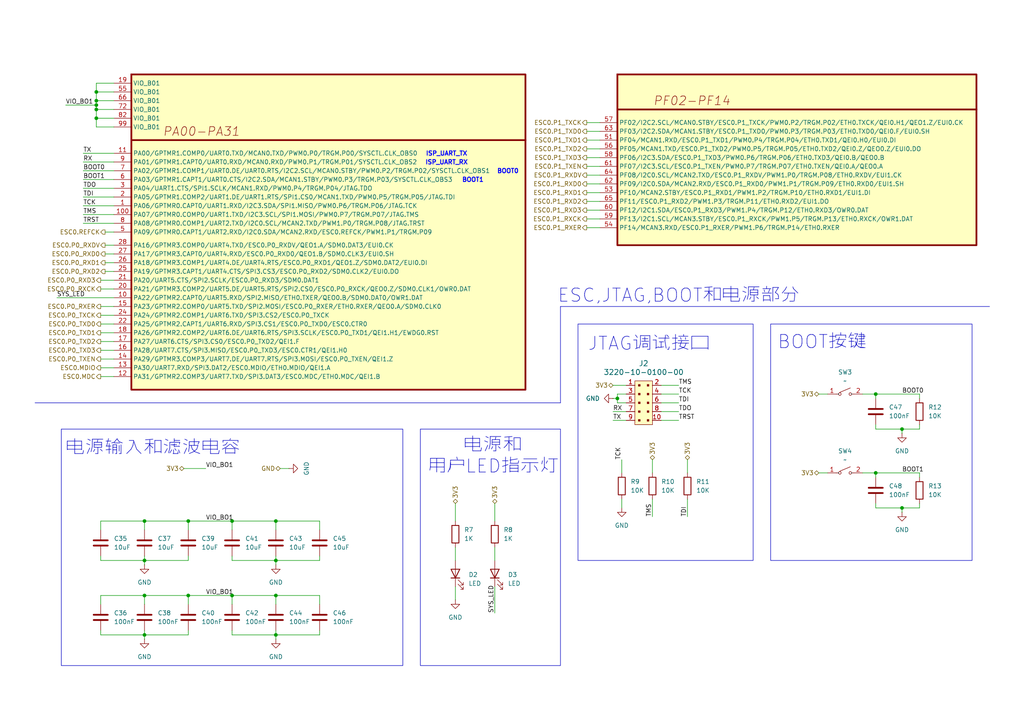
<source format=kicad_sch>
(kicad_sch (version 20250114) (generator "eeschema") (generator_version "9.0")
  (paper "A4")
  (title_block (title "JTAG BOOT ESE") (date "2025-10-30") (rev "V0.1") (company "MouseGlueBoard"))
  (rectangle (start 223.52 93.98) (end 281.94 162.56))
  (rectangle (start 121.92 124.46) (end 162.56 193.04))
  (rectangle (start 17.78 124.46) (end 116.84 193.04))
  (rectangle (start 167.64 93.98) (end 218.44 162.56))
  (text "电源和\n用户LED指示灯" (at 143.002 132.334 0) (effects (font (size 3.81 3.81))))
  (text "ESC,JTAG,BOOT和电源部分" (at 196.85 85.852 0) (effects (font (size 3.81 3.81))))
  (text "JTAG调试接口\n" (at 188.214 99.822 0) (effects (font (size 3.81 3.81))))
  (text "电源输入和滤波电容" (at 44.45 130.048 0) (effects (font (size 3.81 3.81))))
  (text "BOOT按键" (at 238.506 99.314 0) (effects (font (size 3.81 3.81))))
  (junction (at 41.91 151.13))
  (junction (at 179.07 115.57))
  (junction (at 67.31 172.72))
  (junction (at 254 137.16))
  (junction (at 27.94 34.29))
  (junction (at 80.01 162.56))
  (junction (at 27.94 26.67))
  (junction (at 80.01 172.72))
  (junction (at 67.31 151.13))
  (junction (at 27.94 29.21))
  (junction (at 27.94 31.75))
  (junction (at 54.61 151.13))
  (junction (at 41.91 172.72))
  (junction (at 41.91 162.56))
  (junction (at 254 114.3))
  (junction (at 27.94 30.48))
  (junction (at 80.01 184.15))
  (junction (at 41.91 184.15))
  (junction (at 54.61 172.72))
  (junction (at 261.62 147.32))
  (junction (at 261.62 124.46))
  (junction (at 80.01 151.13))
  (wire (pts (xy 24.13 54.61) (xy 33.02 54.61)))
  (wire (pts (xy 266.7 124.46) (xy 261.62 124.46)))
  (wire (pts (xy 196.85 114.3) (xy 191.77 114.3)))
  (wire (pts (xy 170.18 60.96) (xy 173.99 60.96)))
  (wire (pts (xy 41.91 151.13) (xy 41.91 153.67)))
  (wire (pts (xy 143.51 146.05) (xy 143.51 151.13)))
  (polyline (pts (xy 162.56 116.84) (xy 162.56 88.9)))
  (wire (pts (xy 27.94 36.83) (xy 33.02 36.83)))
  (wire (pts (xy 67.31 151.13) (xy 80.01 151.13)))
  (wire (pts (xy 29.21 96.52) (xy 33.02 96.52)))
  (wire (pts (xy 177.8 121.92) (xy 181.61 121.92)))
  (wire (pts (xy 170.18 55.88) (xy 173.99 55.88)))
  (wire (pts (xy 170.18 43.18) (xy 173.99 43.18)))
  (wire (pts (xy 170.18 66.04) (xy 173.99 66.04)))
  (wire (pts (xy 67.31 162.56) (xy 80.01 162.56)))
  (wire (pts (xy 92.71 184.15) (xy 80.01 184.15)))
  (polyline (pts (xy 162.56 88.9) (xy 287.02 88.9)))
  (wire (pts (xy 92.71 161.29) (xy 92.71 162.56)))
  (wire (pts (xy 170.18 63.5) (xy 173.99 63.5)))
  (wire (pts (xy 196.85 119.38) (xy 191.77 119.38)))
  (wire (pts (xy 24.13 46.99) (xy 33.02 46.99)))
  (wire (pts (xy 24.13 52.07) (xy 33.02 52.07)))
  (wire (pts (xy 266.7 115.57) (xy 266.7 114.3)))
  (wire (pts (xy 27.94 30.48) (xy 27.94 31.75)))
  (wire (pts (xy 30.48 73.66) (xy 33.02 73.66)))
  (wire (pts (xy 170.18 48.26) (xy 173.99 48.26)))
  (wire (pts (xy 189.23 133.35) (xy 189.23 137.16)))
  (wire (pts (xy 81.28 135.89) (xy 83.82 135.89)))
  (wire (pts (xy 80.01 151.13) (xy 92.71 151.13)))
  (wire (pts (xy 54.61 151.13) (xy 54.61 153.67)))
  (wire (pts (xy 29.21 99.06) (xy 33.02 99.06)))
  (wire (pts (xy 67.31 172.72) (xy 80.01 172.72)))
  (wire (pts (xy 27.94 29.21) (xy 27.94 30.48)))
  (wire (pts (xy 29.21 104.14) (xy 33.02 104.14)))
  (wire (pts (xy 29.21 151.13) (xy 41.91 151.13)))
  (wire (pts (xy 266.7 146.05) (xy 266.7 147.32)))
  (wire (pts (xy 24.13 57.15) (xy 33.02 57.15)))
  (wire (pts (xy 254 123.19) (xy 254 124.46)))
  (wire (pts (xy 132.08 158.75) (xy 132.08 162.56)))
  (wire (pts (xy 27.94 34.29) (xy 27.94 36.83)))
  (wire (pts (xy 170.18 35.56) (xy 173.99 35.56)))
  (wire (pts (xy 54.61 162.56) (xy 41.91 162.56)))
  (wire (pts (xy 24.13 59.69) (xy 33.02 59.69)))
  (wire (pts (xy 254 146.05) (xy 254 147.32)))
  (wire (pts (xy 92.71 172.72) (xy 92.71 175.26)))
  (wire (pts (xy 29.21 81.28) (xy 33.02 81.28)))
  (wire (pts (xy 170.18 38.1) (xy 173.99 38.1)))
  (wire (pts (xy 196.85 121.92) (xy 191.77 121.92)))
  (wire (pts (xy 143.51 158.75) (xy 143.51 162.56)))
  (wire (pts (xy 92.71 151.13) (xy 92.71 153.67)))
  (wire (pts (xy 29.21 182.88) (xy 29.21 184.15)))
  (wire (pts (xy 29.21 101.6) (xy 33.02 101.6)))
  (wire (pts (xy 254 124.46) (xy 261.62 124.46)))
  (wire (pts (xy 41.91 184.15) (xy 41.91 185.42)))
  (wire (pts (xy 254 137.16) (xy 250.19 137.16)))
  (wire (pts (xy 27.94 30.48) (xy 19.05 30.48)))
  (wire (pts (xy 41.91 162.56) (xy 41.91 163.83)))
  (wire (pts (xy 41.91 172.72) (xy 54.61 172.72)))
  (wire (pts (xy 67.31 182.88) (xy 67.31 184.15)))
  (wire (pts (xy 80.01 172.72) (xy 80.01 175.26)))
  (wire (pts (xy 54.61 182.88) (xy 54.61 184.15)))
  (wire (pts (xy 54.61 172.72) (xy 67.31 172.72)))
  (wire (pts (xy 27.94 31.75) (xy 33.02 31.75)))
  (wire (pts (xy 30.48 78.74) (xy 33.02 78.74)))
  (wire (pts (xy 54.61 151.13) (xy 67.31 151.13)))
  (wire (pts (xy 29.21 172.72) (xy 41.91 172.72)))
  (wire (pts (xy 199.39 133.35) (xy 199.39 137.16)))
  (wire (pts (xy 80.01 184.15) (xy 80.01 185.42)))
  (wire (pts (xy 29.21 106.68) (xy 33.02 106.68)))
  (wire (pts (xy 29.21 161.29) (xy 29.21 162.56)))
  (wire (pts (xy 54.61 184.15) (xy 41.91 184.15)))
  (wire (pts (xy 266.7 138.43) (xy 266.7 137.16)))
  (wire (pts (xy 41.91 161.29) (xy 41.91 162.56)))
  (wire (pts (xy 254 147.32) (xy 261.62 147.32)))
  (wire (pts (xy 27.94 24.13) (xy 27.94 26.67)))
  (wire (pts (xy 27.94 34.29) (xy 33.02 34.29)))
  (wire (pts (xy 254 115.57) (xy 254 114.3)))
  (wire (pts (xy 24.13 64.77) (xy 33.02 64.77)))
  (wire (pts (xy 41.91 151.13) (xy 54.61 151.13)))
  (wire (pts (xy 41.91 172.72) (xy 41.91 175.26)))
  (wire (pts (xy 261.62 147.32) (xy 261.62 148.59)))
  (wire (pts (xy 177.8 111.76) (xy 181.61 111.76)))
  (wire (pts (xy 29.21 184.15) (xy 41.91 184.15)))
  (wire (pts (xy 27.94 26.67) (xy 27.94 29.21)))
  (wire (pts (xy 179.07 115.57) (xy 179.07 116.84)))
  (wire (pts (xy 170.18 53.34) (xy 173.99 53.34)))
  (wire (pts (xy 170.18 45.72) (xy 173.99 45.72)))
  (wire (pts (xy 266.7 147.32) (xy 261.62 147.32)))
  (wire (pts (xy 29.21 91.44) (xy 33.02 91.44)))
  (wire (pts (xy 92.71 162.56) (xy 80.01 162.56)))
  (wire (pts (xy 80.01 172.72) (xy 92.71 172.72)))
  (wire (pts (xy 170.18 50.8) (xy 173.99 50.8)))
  (wire (pts (xy 30.48 71.12) (xy 33.02 71.12)))
  (wire (pts (xy 29.21 175.26) (xy 29.21 172.72)))
  (wire (pts (xy 170.18 58.42) (xy 173.99 58.42)))
  (wire (pts (xy 199.39 149.86) (xy 199.39 144.78)))
  (wire (pts (xy 179.07 115.57) (xy 179.07 114.3)))
  (wire (pts (xy 266.7 137.16) (xy 254 137.16)))
  (wire (pts (xy 179.07 116.84) (xy 181.61 116.84)))
  (wire (pts (xy 92.71 182.88) (xy 92.71 184.15)))
  (wire (pts (xy 54.61 161.29) (xy 54.61 162.56)))
  (wire (pts (xy 196.85 111.76) (xy 191.77 111.76)))
  (wire (pts (xy 27.94 31.75) (xy 27.94 34.29)))
  (wire (pts (xy 29.21 162.56) (xy 41.91 162.56)))
  (wire (pts (xy 30.48 67.31) (xy 33.02 67.31)))
  (wire (pts (xy 54.61 172.72) (xy 54.61 175.26)))
  (wire (pts (xy 24.13 62.23) (xy 33.02 62.23)))
  (wire (pts (xy 29.21 88.9) (xy 33.02 88.9)))
  (wire (pts (xy 30.48 76.2) (xy 33.02 76.2)))
  (wire (pts (xy 132.08 170.18) (xy 132.08 173.99)))
  (wire (pts (xy 41.91 182.88) (xy 41.91 184.15)))
  (wire (pts (xy 237.49 114.3) (xy 240.03 114.3)))
  (wire (pts (xy 80.01 182.88) (xy 80.01 184.15)))
  (wire (pts (xy 80.01 161.29) (xy 80.01 162.56)))
  (wire (pts (xy 67.31 151.13) (xy 67.31 153.67)))
  (wire (pts (xy 266.7 123.19) (xy 266.7 124.46)))
  (wire (pts (xy 189.23 149.86) (xy 189.23 144.78)))
  (wire (pts (xy 170.18 40.64) (xy 173.99 40.64)))
  (wire (pts (xy 67.31 184.15) (xy 80.01 184.15)))
  (wire (pts (xy 29.21 153.67) (xy 29.21 151.13)))
  (wire (pts (xy 254 114.3) (xy 250.19 114.3)))
  (wire (pts (xy 24.13 44.45) (xy 33.02 44.45)))
  (wire (pts (xy 177.8 119.38) (xy 181.61 119.38)))
  (wire (pts (xy 237.49 137.16) (xy 240.03 137.16)))
  (wire (pts (xy 143.51 170.18) (xy 143.51 177.8)))
  (wire (pts (xy 254 138.43) (xy 254 137.16)))
  (wire (pts (xy 27.94 26.67) (xy 33.02 26.67)))
  (wire (pts (xy 266.7 114.3) (xy 254 114.3)))
  (polyline (pts (xy 10.16 116.84) (xy 162.56 116.84)))
  (wire (pts (xy 67.31 172.72) (xy 67.31 175.26)))
  (wire (pts (xy 132.08 146.05) (xy 132.08 151.13)))
  (wire (pts (xy 80.01 151.13) (xy 80.01 153.67)))
  (wire (pts (xy 29.21 93.98) (xy 33.02 93.98)))
  (wire (pts (xy 27.94 24.13) (xy 33.02 24.13)))
  (wire (pts (xy 67.31 161.29) (xy 67.31 162.56)))
  (wire (pts (xy 180.34 144.78) (xy 180.34 147.32)))
  (wire (pts (xy 196.85 116.84) (xy 191.77 116.84)))
  (wire (pts (xy 16.51 86.36) (xy 33.02 86.36)))
  (wire (pts (xy 80.01 162.56) (xy 80.01 163.83)))
  (wire (pts (xy 261.62 124.46) (xy 261.62 125.73)))
  (wire (pts (xy 27.94 29.21) (xy 33.02 29.21)))
  (wire (pts (xy 24.13 49.53) (xy 33.02 49.53)))
  (wire (pts (xy 177.8 115.57) (xy 179.07 115.57)))
  (wire (pts (xy 29.21 109.22) (xy 33.02 109.22)))
  (wire (pts (xy 180.34 133.35) (xy 180.34 137.16)))
  (wire (pts (xy 179.07 114.3) (xy 181.61 114.3)))
  (wire (pts (xy 29.21 83.82) (xy 33.02 83.82)))
  (wire (pts (xy 53.34 135.89) (xy 59.69 135.89)))
  (label "VIO_BO1" (at 59.69 172.72 0))
  (label "TX" (at 24.13 44.45 0))
  (label "SYS_LED" (at 143.51 177.8 90))
  (label "TMS" (at 24.13 62.23 0))
  (label "TDI" (at 196.85 116.84 0))
  (label "TCK" (at 24.13 59.69 0))
  (label "RX" (at 177.8 119.38 0))
  (label "TCK" (at 180.34 133.35 90))
  (label "VIO_BO1" (at 19.05 30.48 0))
  (label "SYS_LED" (at 16.51 86.36 0))
  (label "TRST" (at 196.85 121.92 0))
  (label "TCK" (at 196.85 114.3 0))
  (label "TX" (at 177.8 121.92 0))
  (label "TDI" (at 24.13 57.15 0))
  (label "BOOT1" (at 24.13 52.07 0))
  (label "BOOT1" (at 261.62 137.16 0))
  (label "BOOT0" (at 24.13 49.53 0))
  (label "TRST" (at 24.13 64.77 0))
  (label "TMS" (at 196.85 111.76 0))
  (label "TDO" (at 196.85 119.38 0))
  (label "TDI" (at 199.39 149.86 90))
  (label "RX" (at 24.13 46.99 0))
  (label "TDO" (at 24.13 54.61 0))
  (label "TMS" (at 189.23 149.86 90))
  (label "VIO_BO1" (at 59.69 135.89 0))
  (label "VIO_BO1" (at 59.69 151.13 0))
  (label "BOOT0" (at 261.62 114.3 0))
  (hierarchical_label "ESC0.P1_RXDV" (shape output) (at 170.18 50.8 180))
  (hierarchical_label "3V3" (shape bidirectional) (at 132.08 146.05 90))
  (hierarchical_label "ESC0.P1_RXD2" (shape output) (at 170.18 58.42 180))
  (hierarchical_label "ESC0.P1_TXCK" (shape output) (at 170.18 35.56 180))
  (hierarchical_label "ESC0.P0_RXD2" (shape output) (at 30.48 78.74 180))
  (hierarchical_label "ESC0.P0_TXD2" (shape output) (at 29.21 99.06 180))
  (hierarchical_label "ESC0.P0_TXD0" (shape output) (at 29.21 93.98 180))
  (hierarchical_label "3V3" (shape bidirectional) (at 237.49 114.3 180))
  (hierarchical_label "ESC0.P0_TXEN" (shape output) (at 29.21 104.14 180))
  (hierarchical_label "3V3" (shape bidirectional) (at 53.34 135.89 180))
  (hierarchical_label "ESC0.P1_TXEN" (shape output) (at 170.18 48.26 180))
  (hierarchical_label "3V3" (shape bidirectional) (at 237.49 137.16 180))
  (hierarchical_label "ESC0.P0_RXD1" (shape output) (at 30.48 76.2 180))
  (hierarchical_label "ESC0.P1_TXD0" (shape output) (at 170.18 38.1 180))
  (hierarchical_label "ESC0.P0_TXCK" (shape output) (at 29.21 91.44 180))
  (hierarchical_label "ESC0.P1_RXER" (shape output) (at 170.18 66.04 180))
  (hierarchical_label "ESC0.P0_RXD3" (shape output) (at 29.21 81.28 180))
  (hierarchical_label "ESC0.P0_TXD3" (shape output) (at 29.21 101.6 180))
  (hierarchical_label "ESC0.P1_TXD2" (shape output) (at 170.18 43.18 180))
  (hierarchical_label "GND" (shape bidirectional) (at 81.28 135.89 180))
  (hierarchical_label "ESC0.P1_TXD1" (shape output) (at 170.18 40.64 180))
  (hierarchical_label "ESC0.P0_RXER" (shape output) (at 29.21 88.9 180))
  (hierarchical_label "ESC0.P1_RXCK" (shape output) (at 170.18 63.5 180))
  (hierarchical_label "ESC0.REFCK" (shape output) (at 30.48 67.31 180))
  (hierarchical_label "3V3" (shape bidirectional) (at 199.39 133.35 90))
  (hierarchical_label "ESC0.P0_RXDV" (shape output) (at 30.48 71.12 180))
  (hierarchical_label "3V3" (shape bidirectional) (at 143.51 146.05 90))
  (hierarchical_label "ESC0.P1_RXD1" (shape output) (at 170.18 55.88 180))
  (hierarchical_label "3V3" (shape bidirectional) (at 177.8 111.76 180))
  (hierarchical_label "ESC0.P0_RXD0" (shape output) (at 30.48 73.66 180))
  (hierarchical_label "ESC0.MDIO" (shape output) (at 29.21 106.68 180))
  (hierarchical_label "3V3" (shape bidirectional) (at 189.23 133.35 90))
  (hierarchical_label "ESC0.P1_TXD3" (shape output) (at 170.18 45.72 180))
  (hierarchical_label "ESC0.MDC" (shape output) (at 29.21 109.22 180))
  (hierarchical_label "ESC0.P0_RXCK" (shape output) (at 29.21 83.82 180))
  (hierarchical_label "ESC0.P0_TXD1" (shape output) (at 29.21 96.52 180))
  (hierarchical_label "ESC0.P1_RXD3" (shape output) (at 170.18 60.96 180))
  (hierarchical_label "ESC0.P1_RXD0" (shape output) (at 170.18 53.34 180))
  (symbol (lib_name "HPM5E31IPB1_1") (lib_id "HPM5E00_Library:HPM5E31IPB1") (at 179.07 21.59 0) (unit 4)
    (property "Reference" "U1" (effects (hide yes)))
    (property "Value" "HPM5E31IPB1" (effects (hide yes)))
    (property "Footprint" "HPM_footprints:LQFP-100_14x14mm_P0.5mm_EP6.0x6.0mm" (effects (hide yes)))
    (property "Description" "LQFP100" (effects (hide yes)))
  )
  (symbol (lib_id "Device:C") (at 29.21 179.07 0) (unit 1)
    (property "Reference" "C36" (at 33.02 177.7999 0) (effects (justify left)))
    (property "Value" "100nF" (at 33.02 180.3399 0) (effects (justify left)))
    (property "Footprint" "Capacitor_SMD:C_0402_1005Metric" (effects (hide yes)))
    (property "Description" "Unpolarized capacitor" (effects (hide yes)))
  )
  (symbol (lib_id "Device:C") (at 254 119.38 0) (unit 1)
    (property "Reference" "C47" (at 257.81 118.1099 0) (effects (justify left)))
    (property "Value" "100nF" (at 257.81 120.6499 0) (effects (justify left)))
    (property "Footprint" "Capacitor_SMD:C_0402_1005Metric" (effects (hide yes)))
    (property "Description" "Unpolarized capacitor" (effects (hide yes)))
  )
  (symbol (lib_id "Device:C") (at 92.71 179.07 0) (unit 1)
    (property "Reference" "C46" (at 96.52 177.7999 0) (effects (justify left)))
    (property "Value" "100nF" (at 96.52 180.3399 0) (effects (justify left)))
    (property "Footprint" "Capacitor_SMD:C_0402_1005Metric" (effects (hide yes)))
    (property "Description" "Unpolarized capacitor" (effects (hide yes)))
  )
  (symbol (lib_id "Device:C") (at 54.61 157.48 0) (unit 1)
    (property "Reference" "C39" (at 58.42 156.2099 0) (effects (justify left)))
    (property "Value" "10uF" (at 58.42 158.7499 0) (effects (justify left)))
    (property "Footprint" "Capacitor_SMD:C_0402_1005Metric" (effects (hide yes)))
    (property "Description" "Unpolarized capacitor" (effects (hide yes)))
  )
  (symbol (lib_id "dk_Rectangular-Connectors-Headers-Male-Pins:3220-10-0100-00") (at 186.69 116.84 0) (unit 1)
    (property "Reference" "J2" (at 186.69 105.41 0) (effects (font (size 1.524 1.524))))
    (property "Value" "3220-10-0100-00" (at 186.69 107.95 0) (effects (font (size 1.524 1.524))))
    (property "Footprint" "digikey-footprints:PinHeader_2x5_P1.27mm_Drill.7mm" (effects (hide yes)))
    (property "Datasheet" "http://cnctech.us/pdfs/3220-XX-0100-00.pdf" (effects (hide yes)))
    (property "Description" "CONN HEADER VERT 10POS 1.27MM" (effects (hide yes)))
    (property "Digi-Key_PN" "1175-1627-ND" (effects (hide yes)))
    (property "MPN" "3220-10-0100-00" (effects (hide yes)))
    (property "Category" "Connectors, Interconnects" (effects (hide yes)))
    (property "Family" "Rectangular Connectors - Headers, Male Pins" (effects (hide yes)))
    (property "DK_Datasheet_Link" "http://cnctech.us/pdfs/3220-XX-0100-00.pdf" (effects (hide yes)))
    (property "DK_Detail_Page" "/product-detail/en/cnc-tech/3220-10-0100-00/1175-1627-ND/3883661" (effects (hide yes)))
    (property "Description_1" "CONN HEADER VERT 10POS 1.27MM" (effects (hide yes)))
    (property "Manufacturer" "CNC Tech" (effects (hide yes)))
    (property "Status" "Active" (effects (hide yes)))
  )
  (symbol (lib_id "Device:C") (at 29.21 157.48 0) (unit 1)
    (property "Reference" "C35" (at 33.02 156.2099 0) (effects (justify left)))
    (property "Value" "10uF" (at 33.02 158.7499 0) (effects (justify left)))
    (property "Footprint" "Capacitor_SMD:C_0402_1005Metric" (effects (hide yes)))
    (property "Description" "Unpolarized capacitor" (effects (hide yes)))
  )
  (symbol (lib_id "Device:R") (at 189.23 140.97 0) (unit 1)
    (property "Reference" "R10" (at 191.77 139.6999 0) (effects (justify left)))
    (property "Value" "10K" (at 191.77 142.2399 0) (effects (justify left)))
    (property "Footprint" "Resistor_SMD:R_0402_1005Metric" (effects (hide yes)))
    (property "Description" "Resistor" (effects (hide yes)))
  )
  (symbol (lib_id "Device:C") (at 80.01 157.48 0) (unit 1)
    (property "Reference" "C43" (at 83.82 156.2099 0) (effects (justify left)))
    (property "Value" "10uF" (at 83.82 158.7499 0) (effects (justify left)))
    (property "Footprint" "Capacitor_SMD:C_0402_1005Metric" (effects (hide yes)))
    (property "Description" "Unpolarized capacitor" (effects (hide yes)))
  )
  (symbol (lib_id "Device:LED") (at 143.51 166.37 90) (unit 1)
    (property "Reference" "D3" (at 147.32 166.6874 90) (effects (justify right)))
    (property "Value" "LED" (at 147.32 169.2274 90) (effects (justify right)))
    (property "Footprint" "LED_SMD:LED_0603_1608Metric" (effects (hide yes)))
    (property "Description" "Light emitting diode" (effects (hide yes)))
    (property "Sim.Pins" "1=K 2=A" (effects (hide yes)))
  )
  (symbol (lib_id "Device:R") (at 199.39 140.97 0) (unit 1)
    (property "Reference" "R11" (at 201.93 139.6999 0) (effects (justify left)))
    (property "Value" "10K" (at 201.93 142.2399 0) (effects (justify left)))
    (property "Footprint" "Resistor_SMD:R_0402_1005Metric" (effects (hide yes)))
    (property "Description" "Resistor" (effects (hide yes)))
  )
  (symbol (lib_id "Device:R") (at 180.34 140.97 0) (unit 1)
    (property "Reference" "R9" (at 182.88 139.6999 0) (effects (justify left)))
    (property "Value" "10K" (at 182.88 142.2399 0) (effects (justify left)))
    (property "Footprint" "Resistor_SMD:R_0402_1005Metric" (effects (hide yes)))
    (property "Description" "Resistor" (effects (hide yes)))
  )
  (symbol (lib_id "power:GND") (at 132.08 173.99 0) (unit 1)
    (property "Reference" "#PWR036" (effects (hide yes)))
    (property "Value" "GND" (at 132.08 179.07 0))
    (property "Description" "Power symbol creates a global label with name \"GND\" , ground" (effects (hide yes)))
  )
  (symbol (lib_id "Device:R") (at 266.7 119.38 0) (unit 1)
    (property "Reference" "R12" (at 269.24 118.1099 0) (effects (justify left)))
    (property "Value" "10K" (at 269.24 120.6499 0) (effects (justify left)))
    (property "Footprint" "Resistor_SMD:R_0402_1005Metric" (effects (hide yes)))
    (property "Description" "Resistor" (effects (hide yes)))
  )
  (symbol (lib_id "power:GND") (at 41.91 185.42 0) (unit 1)
    (property "Reference" "#PWR032" (effects (hide yes)))
    (property "Value" "GND" (at 41.91 190.5 0))
    (property "Description" "Power symbol creates a global label with name \"GND\" , ground" (effects (hide yes)))
  )
  (symbol (lib_id "Device:C") (at 254 142.24 0) (unit 1)
    (property "Reference" "C48" (at 257.81 140.9699 0) (effects (justify left)))
    (property "Value" "100nF" (at 257.81 143.5099 0) (effects (justify left)))
    (property "Footprint" "Capacitor_SMD:C_0402_1005Metric" (effects (hide yes)))
    (property "Description" "Unpolarized capacitor" (effects (hide yes)))
  )
  (symbol (lib_id "EasyEDA_Lib:TS-1088R-02026") (at 245.11 114.3 0) (unit 1)
    (property "Reference" "SW3" (at 245.11 107.95 0))
    (property "Value" "~" (at 245.11 110.49 0))
    (property "Footprint" "EasyEDA_Lib:SW-SMD_L3.9-W3.0-P4.45" (effects (hide yes)))
    (property "Datasheet" "https://item.szlcsc.com/datasheet/TS-1088R-02026/457635.html" (effects (hide yes)))
    (property "Description" "Circuit:SPST Actuator Style:Round Button Operating Force:2.6N Mounting Type:Surface Mount,Vertical Length:3.9mm Width:2.93mm Switch Height:2mm with Bracket:Without Bracket Contact Current:50mA Voltage Rating:12V Actuator/Cap Color:Black With Lamp:- Termin" (effects (hide yes)))
    (property "Manufacturer Part" "TS-1088R-02026" (effects (hide yes)))
    (property "Manufacturer" "XUNPU(讯普)" (effects (hide yes)))
    (property "Supplier Part" "C455280" (effects (hide yes)))
    (property "Supplier" "LCSC" (effects (hide yes)))
    (property "LCSC Part Name" "3.9*2.93*2mm 立贴 轻触开关" (effects (hide yes)))
  )
  (symbol (lib_id "power:GND") (at 41.91 163.83 0) (unit 1)
    (property "Reference" "#PWR031" (effects (hide yes)))
    (property "Value" "GND" (at 41.91 168.91 0))
    (property "Description" "Power symbol creates a global label with name \"GND\" , ground" (effects (hide yes)))
  )
  (symbol (lib_name "HPM5E31IPB1_2") (lib_id "HPM5E00_Library:HPM5E31IPB1") (at 38.1 21.59 0) (unit 2)
    (property "Reference" "U1" (effects (hide yes)))
    (property "Value" "HPM5E31IPB1" (effects (hide yes)))
    (property "Footprint" "HPM_footprints:LQFP-100_14x14mm_P0.5mm_EP6.0x6.0mm" (effects (hide yes)))
    (property "Description" "LQFP100" (effects (hide yes)))
  )
  (symbol (lib_id "Device:C") (at 80.01 179.07 0) (unit 1)
    (property "Reference" "C44" (at 83.82 177.7999 0) (effects (justify left)))
    (property "Value" "100nF" (at 83.82 180.3399 0) (effects (justify left)))
    (property "Footprint" "Capacitor_SMD:C_0402_1005Metric" (effects (hide yes)))
    (property "Description" "Unpolarized capacitor" (effects (hide yes)))
  )
  (symbol (lib_id "power:GND") (at 83.82 135.89 90) (unit 1)
    (property "Reference" "#PWR035" (effects (hide yes)))
    (property "Value" "GND" (at 88.9 135.89 0))
    (property "Description" "Power symbol creates a global label with name \"GND\" , ground" (effects (hide yes)))
  )
  (symbol (lib_id "Device:C") (at 67.31 179.07 0) (unit 1)
    (property "Reference" "C42" (at 71.12 177.7999 0) (effects (justify left)))
    (property "Value" "100nF" (at 71.12 180.3399 0) (effects (justify left)))
    (property "Footprint" "Capacitor_SMD:C_0402_1005Metric" (effects (hide yes)))
    (property "Description" "Unpolarized capacitor" (effects (hide yes)))
  )
  (symbol (lib_id "Device:C") (at 67.31 157.48 0) (unit 1)
    (property "Reference" "C41" (at 71.12 156.2099 0) (effects (justify left)))
    (property "Value" "10uF" (at 71.12 158.7499 0) (effects (justify left)))
    (property "Footprint" "Capacitor_SMD:C_0402_1005Metric" (effects (hide yes)))
    (property "Description" "Unpolarized capacitor" (effects (hide yes)))
  )
  (symbol (lib_id "power:GND") (at 177.8 115.57 270) (unit 1)
    (property "Reference" "#PWR037" (effects (hide yes)))
    (property "Value" "GND" (at 173.99 115.5699 90) (effects (justify right)))
    (property "Description" "Power symbol creates a global label with name \"GND\" , ground" (effects (hide yes)))
  )
  (symbol (lib_id "Device:C") (at 41.91 179.07 0) (unit 1)
    (property "Reference" "C38" (at 45.72 177.7999 0) (effects (justify left)))
    (property "Value" "100nF" (at 45.72 180.3399 0) (effects (justify left)))
    (property "Footprint" "Capacitor_SMD:C_0402_1005Metric" (effects (hide yes)))
    (property "Description" "Unpolarized capacitor" (effects (hide yes)))
  )
  (symbol (lib_id "power:GND") (at 261.62 148.59 0) (unit 1)
    (property "Reference" "#PWR040" (effects (hide yes)))
    (property "Value" "GND" (at 261.62 153.67 0))
    (property "Description" "Power symbol creates a global label with name \"GND\" , ground" (effects (hide yes)))
  )
  (symbol (lib_id "power:GND") (at 80.01 163.83 0) (unit 1)
    (property "Reference" "#PWR033" (effects (hide yes)))
    (property "Value" "GND" (at 80.01 168.91 0))
    (property "Description" "Power symbol creates a global label with name \"GND\" , ground" (effects (hide yes)))
  )
  (symbol (lib_id "Device:R") (at 266.7 142.24 0) (unit 1)
    (property "Reference" "R13" (at 269.24 140.9699 0) (effects (justify left)))
    (property "Value" "10K" (at 269.24 143.5099 0) (effects (justify left)))
    (property "Footprint" "Resistor_SMD:R_0402_1005Metric" (effects (hide yes)))
    (property "Description" "Resistor" (effects (hide yes)))
  )
  (symbol (lib_id "power:GND") (at 80.01 185.42 0) (unit 1)
    (property "Reference" "#PWR034" (effects (hide yes)))
    (property "Value" "GND" (at 80.01 190.5 0))
    (property "Description" "Power symbol creates a global label with name \"GND\" , ground" (effects (hide yes)))
  )
  (symbol (lib_id "power:GND") (at 261.62 125.73 0) (unit 1)
    (property "Reference" "#PWR039" (effects (hide yes)))
    (property "Value" "GND" (at 261.62 130.81 0))
    (property "Description" "Power symbol creates a global label with name \"GND\" , ground" (effects (hide yes)))
  )
  (symbol (lib_id "Device:C") (at 92.71 157.48 0) (unit 1)
    (property "Reference" "C45" (at 96.52 156.2099 0) (effects (justify left)))
    (property "Value" "10uF" (at 96.52 158.7499 0) (effects (justify left)))
    (property "Footprint" "Capacitor_SMD:C_0402_1005Metric" (effects (hide yes)))
    (property "Description" "Unpolarized capacitor" (effects (hide yes)))
  )
  (symbol (lib_id "EasyEDA_Lib:TS-1088R-02026") (at 245.11 137.16 0) (unit 1)
    (property "Reference" "SW4" (at 245.11 130.81 0))
    (property "Value" "~" (at 245.11 133.35 0))
    (property "Footprint" "EasyEDA_Lib:SW-SMD_L3.9-W3.0-P4.45" (effects (hide yes)))
    (property "Datasheet" "https://item.szlcsc.com/datasheet/TS-1088R-02026/457635.html" (effects (hide yes)))
    (property "Description" "Circuit:SPST Actuator Style:Round Button Operating Force:2.6N Mounting Type:Surface Mount,Vertical Length:3.9mm Width:2.93mm Switch Height:2mm with Bracket:Without Bracket Contact Current:50mA Voltage Rating:12V Actuator/Cap Color:Black With Lamp:- Termin" (effects (hide yes)))
    (property "Manufacturer Part" "TS-1088R-02026" (effects (hide yes)))
    (property "Manufacturer" "XUNPU(讯普)" (effects (hide yes)))
    (property "Supplier Part" "C455280" (effects (hide yes)))
    (property "Supplier" "LCSC" (effects (hide yes)))
    (property "LCSC Part Name" "3.9*2.93*2mm 立贴 轻触开关" (effects (hide yes)))
  )
  (symbol (lib_id "power:GND") (at 180.34 147.32 0) (unit 1)
    (property "Reference" "#PWR038" (effects (hide yes)))
    (property "Value" "GND" (at 180.34 152.4 0))
    (property "Description" "Power symbol creates a global label with name \"GND\" , ground" (effects (hide yes)))
  )
  (symbol (lib_id "Device:R") (at 143.51 154.94 0) (unit 1)
    (property "Reference" "R8" (at 146.05 153.6699 0) (effects (justify left)))
    (property "Value" "1K" (at 146.05 156.2099 0) (effects (justify left)))
    (property "Footprint" "Resistor_SMD:R_0402_1005Metric" (effects (hide yes)))
    (property "Description" "Resistor" (effects (hide yes)))
  )
  (symbol (lib_id "Device:R") (at 132.08 154.94 0) (unit 1)
    (property "Reference" "R7" (at 134.62 153.6699 0) (effects (justify left)))
    (property "Value" "1K" (at 134.62 156.2099 0) (effects (justify left)))
    (property "Footprint" "Resistor_SMD:R_0402_1005Metric" (effects (hide yes)))
    (property "Description" "Resistor" (effects (hide yes)))
  )
  (symbol (lib_id "Device:C") (at 41.91 157.48 0) (unit 1)
    (property "Reference" "C37" (at 45.72 156.2099 0) (effects (justify left)))
    (property "Value" "10uF" (at 45.72 158.7499 0) (effects (justify left)))
    (property "Footprint" "Capacitor_SMD:C_0402_1005Metric" (effects (hide yes)))
    (property "Description" "Unpolarized capacitor" (effects (hide yes)))
  )
  (symbol (lib_id "Device:LED") (at 132.08 166.37 90) (unit 1)
    (property "Reference" "D2" (at 135.89 166.6874 90) (effects (justify right)))
    (property "Value" "LED" (at 135.89 169.2274 90) (effects (justify right)))
    (property "Footprint" "LED_SMD:LED_0603_1608Metric" (effects (hide yes)))
    (property "Description" "Light emitting diode" (effects (hide yes)))
    (property "Sim.Pins" "1=K 2=A" (effects (hide yes)))
  )
  (symbol (lib_id "Device:C") (at 54.61 179.07 0) (unit 1)
    (property "Reference" "C40" (at 58.42 177.7999 0) (effects (justify left)))
    (property "Value" "100nF" (at 58.42 180.3399 0) (effects (justify left)))
    (property "Footprint" "Capacitor_SMD:C_0402_1005Metric" (effects (hide yes)))
    (property "Description" "Unpolarized capacitor" (effects (hide yes)))
  )
)
</source>
